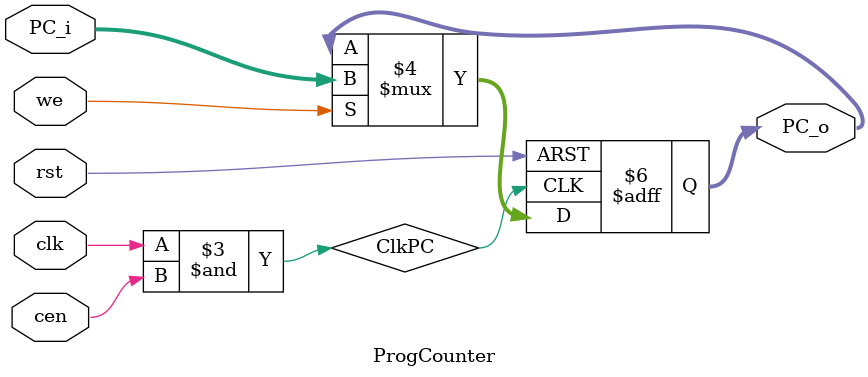
<source format=sv>
module ProgCounter (
	input  logic [11:0] PC_i,
	input  logic 		  we,
	input  logic 		  clk,
	input  logic 		  cen,
	input  logic 		  rst,
	output logic [11:0] PC_o
);
	
	logic ClkPC;
	
	always_ff @(posedge ClkPC or posedge rst) 
	begin
			if (rst) 	 PC_o <= 12'h000;
			else if (we) PC_o <= PC_i;
	end

	always_comb begin
		ClkPC = clk & cen;
	end
	
endmodule 
</source>
